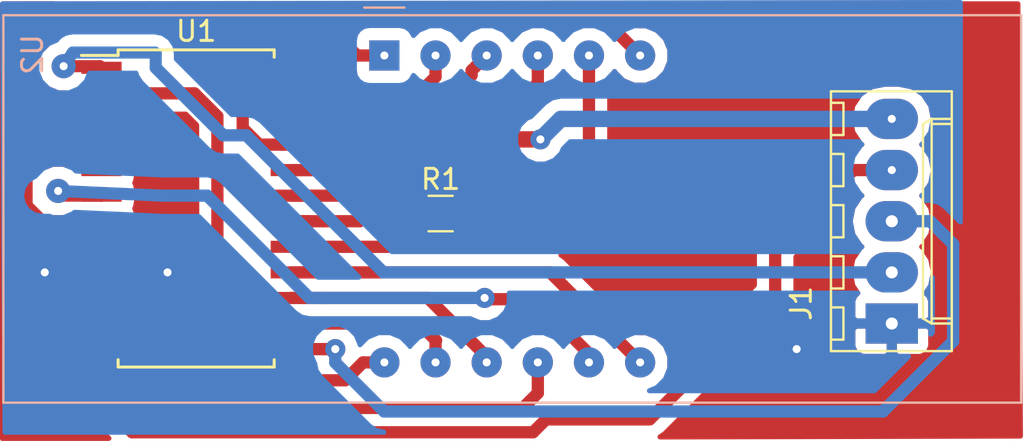
<source format=kicad_pcb>
(kicad_pcb (version 4) (host pcbnew 4.0.7-e2-6376~58~ubuntu16.04.1)

  (general
    (links 63)
    (no_connects 25)
    (area 26.146599 33.688399 78.196601 137.940912)
    (thickness 1.6)
    (drawings 0)
    (tracks 133)
    (zones 0)
    (modules 4)
    (nets 24)
  )

  (page A4)
  (layers
    (0 F.Cu signal)
    (31 B.Cu signal)
    (32 B.Adhes user)
    (33 F.Adhes user)
    (34 B.Paste user)
    (35 F.Paste user)
    (36 B.SilkS user)
    (37 F.SilkS user)
    (38 B.Mask user)
    (39 F.Mask user)
    (40 Dwgs.User user)
    (41 Cmts.User user)
    (42 Eco1.User user)
    (43 Eco2.User user)
    (44 Edge.Cuts user)
    (45 Margin user)
    (46 B.CrtYd user)
    (47 F.CrtYd user)
    (48 B.Fab user)
    (49 F.Fab user)
  )

  (setup
    (last_trace_width 0.6)
    (user_trace_width 0.1524)
    (user_trace_width 0.3048)
    (user_trace_width 0.6096)
    (user_trace_width 0.8128)
    (user_trace_width 1.6256)
    (trace_clearance 0.6)
    (zone_clearance 0.508)
    (zone_45_only no)
    (trace_min 0.1524)
    (segment_width 0.2)
    (edge_width 0.15)
    (via_size 0.6)
    (via_drill 0.4)
    (via_min_size 0.1524)
    (via_min_drill 0.1524)
    (user_via 0.6 0.4)
    (user_via 0.8 0.4)
    (user_via 1 0.4)
    (user_via 1.2 0.4)
    (uvia_size 0.3)
    (uvia_drill 0.1)
    (uvias_allowed no)
    (uvia_min_size 0)
    (uvia_min_drill 0)
    (pcb_text_width 0.3)
    (pcb_text_size 1.5 1.5)
    (mod_edge_width 0.15)
    (mod_text_size 1 1)
    (mod_text_width 0.15)
    (pad_size 2 2.6)
    (pad_drill 0.6)
    (pad_to_mask_clearance 0.2)
    (aux_axis_origin 0 0)
    (visible_elements FFFFEF7F)
    (pcbplotparams
      (layerselection 0x00000_00000001)
      (usegerberextensions false)
      (excludeedgelayer false)
      (linewidth 0.100000)
      (plotframeref false)
      (viasonmask false)
      (mode 1)
      (useauxorigin false)
      (hpglpennumber 1)
      (hpglpenspeed 20)
      (hpglpendiameter 15)
      (hpglpenoverlay 2)
      (psnegative false)
      (psa4output false)
      (plotreference false)
      (plotvalue false)
      (plotinvisibletext false)
      (padsonsilk true)
      (subtractmaskfromsilk false)
      (outputformat 4)
      (mirror true)
      (drillshape 2)
      (scaleselection 1)
      (outputdirectory gerber/))
  )

  (net 0 "")
  (net 1 seg_e)
  (net 2 seg_d)
  (net 3 seg_dp)
  (net 4 seg_c)
  (net 5 seg_g)
  (net 6 seg_b)
  (net 7 seg_f)
  (net 8 seg_a)
  (net 9 "Net-(U1-Pad8)")
  (net 10 "Net-(U1-Pad10)")
  (net 11 "Net-(U1-Pad24)")
  (net 12 "Net-(J1-Pad2)")
  (net 13 "Net-(J1-Pad3)")
  (net 14 "Net-(J1-Pad4)")
  (net 15 dig_0)
  (net 16 dig_1)
  (net 17 dig_2)
  (net 18 dig_3)
  (net 19 "Net-(R1-Pad1)")
  (net 20 GND)
  (net 21 VCC)
  (net 22 "Net-(U1-Pad3)")
  (net 23 "Net-(U1-Pad5)")

  (net_class Default "This is the default net class."
    (clearance 0.6)
    (trace_width 0.6)
    (via_dia 0.6)
    (via_drill 0.4)
    (uvia_dia 0.3)
    (uvia_drill 0.1)
    (add_net GND)
    (add_net "Net-(J1-Pad2)")
    (add_net "Net-(J1-Pad3)")
    (add_net "Net-(J1-Pad4)")
    (add_net "Net-(R1-Pad1)")
    (add_net "Net-(U1-Pad10)")
    (add_net "Net-(U1-Pad24)")
    (add_net "Net-(U1-Pad3)")
    (add_net "Net-(U1-Pad5)")
    (add_net "Net-(U1-Pad8)")
    (add_net VCC)
    (add_net dig_0)
    (add_net dig_1)
    (add_net dig_2)
    (add_net dig_3)
    (add_net seg_a)
    (add_net seg_b)
    (add_net seg_c)
    (add_net seg_d)
    (add_net seg_dp)
    (add_net seg_e)
    (add_net seg_f)
    (add_net seg_g)
  )

  (net_class data ""
    (clearance 0.6)
    (trace_width 0.6)
    (via_dia 0.6)
    (via_drill 0.4)
    (uvia_dia 0.3)
    (uvia_drill 0.1)
  )

  (module Displays_7-Segment:CA56-12EWA (layer B.Cu) (tedit 5A88715B) (tstamp 5A8842DC)
    (at 45.8216 36.7284 270)
    (descr "4 digit 7 segment green LED, http://www.kingbrightusa.com/images/catalog/SPEC/CA56-12EWA.pdf")
    (tags "4 digit 7 segment green LED")
    (path /5A8516ED)
    (fp_text reference U2 (at -0.0508 17.4752 270) (layer B.SilkS)
      (effects (font (size 1 1) (thickness 0.15)) (justify mirror))
    )
    (fp_text value CA56-12EWA (at 3.8608 -15.9512 270) (layer B.Fab)
      (effects (font (size 1 1) (thickness 0.15)) (justify mirror))
    )
    (fp_line (start -2 18.92) (end 17.24 18.92) (layer B.SilkS) (width 0.12))
    (fp_line (start -2 18.92) (end -2 -31.62) (layer B.SilkS) (width 0.12))
    (fp_line (start -2 -31.62) (end 17.24 -31.62) (layer B.SilkS) (width 0.12))
    (fp_line (start 17.24 -31.62) (end 17.24 18.92) (layer B.SilkS) (width 0.12))
    (fp_line (start -1.88 -1) (end -0.88 0) (layer B.Fab) (width 0.1))
    (fp_line (start -0.88 0) (end -1.88 1) (layer B.Fab) (width 0.1))
    (fp_line (start -1.88 1) (end -1.88 18.8) (layer B.Fab) (width 0.1))
    (fp_line (start -2.13 19.05) (end 17.37 19.05) (layer B.CrtYd) (width 0.05))
    (fp_line (start 17.37 19.05) (end 17.37 -31.75) (layer B.CrtYd) (width 0.05))
    (fp_line (start 17.37 -31.75) (end -2.13 -31.75) (layer B.CrtYd) (width 0.05))
    (fp_line (start -2.13 -31.75) (end -2.13 19.05) (layer B.CrtYd) (width 0.05))
    (fp_line (start -2.38 1) (end -2.38 -1) (layer B.SilkS) (width 0.12))
    (fp_line (start -1.88 18.8) (end 17.12 18.8) (layer B.Fab) (width 0.1))
    (fp_line (start 17.12 18.8) (end 17.12 -31.5) (layer B.Fab) (width 0.1))
    (fp_line (start -1.88 -31.5) (end 17.12 -31.5) (layer B.Fab) (width 0.1))
    (fp_line (start -1.88 -1) (end -1.88 -31.5) (layer B.Fab) (width 0.1))
    (fp_text user %R (at 8.128 -6.604 270) (layer B.Fab)
      (effects (font (size 1 1) (thickness 0.15)) (justify mirror))
    )
    (pad 1 thru_hole rect (at 0 0 270) (size 1.5 1.5) (drill 0.4) (layers *.Cu *.Mask)
      (net 1 seg_e))
    (pad 2 thru_hole circle (at 0 -2.54 270) (size 1.5 1.5) (drill 0.4) (layers *.Cu *.Mask)
      (net 2 seg_d))
    (pad 3 thru_hole circle (at 0 -5.08 270) (size 1.5 1.5) (drill 0.4) (layers *.Cu *.Mask)
      (net 3 seg_dp))
    (pad 4 thru_hole circle (at 0 -7.62 270) (size 1.5 1.5) (drill 0.4) (layers *.Cu *.Mask)
      (net 4 seg_c))
    (pad 5 thru_hole circle (at 0 -10.16 270) (size 1.5 1.5) (drill 0.4) (layers *.Cu *.Mask)
      (net 5 seg_g))
    (pad 6 thru_hole circle (at 0 -12.7 270) (size 1.5 1.5) (drill 0.4) (layers *.Cu *.Mask)
      (net 18 dig_3))
    (pad 7 thru_hole circle (at 15.24 -12.7 270) (size 1.5 1.5) (drill 0.4) (layers *.Cu *.Mask)
      (net 6 seg_b))
    (pad 8 thru_hole circle (at 15.24 -10.16 270) (size 1.5 1.5) (drill 0.4) (layers *.Cu *.Mask)
      (net 17 dig_2))
    (pad 9 thru_hole circle (at 15.24 -7.62 270) (size 1.5 1.5) (drill 0.4) (layers *.Cu *.Mask)
      (net 16 dig_1))
    (pad 10 thru_hole circle (at 15.24 -5.08 270) (size 1.5 1.5) (drill 0.4) (layers *.Cu *.Mask)
      (net 7 seg_f))
    (pad 11 thru_hole circle (at 15.24 -2.54 270) (size 1.5 1.5) (drill 0.4) (layers *.Cu *.Mask)
      (net 8 seg_a))
    (pad 12 thru_hole circle (at 15.24 0 270) (size 1.5 1.5) (drill 0.4) (layers *.Cu *.Mask)
      (net 15 dig_0))
    (model ${KISYS3DMOD}/Displays_7-Segment.3dshapes/CA56-12EWA.wrl
      (at (xyz 0 0 0))
      (scale (xyz 1 1 1))
      (rotate (xyz 0 0 0))
    )
  )

  (module Housings_SOIC:SOIC-24W_7.5x15.4mm_Pitch1.27mm (layer F.Cu) (tedit 58CC8F64) (tstamp 5A8842B0)
    (at 36.4744 44.324)
    (descr "24-Lead Plastic Small Outline (SO) - Wide, 7.50 mm Body [SOIC] (see Microchip Packaging Specification 00000049BS.pdf)")
    (tags "SOIC 1.27")
    (path /5A851F96)
    (attr smd)
    (fp_text reference U1 (at 0 -8.8) (layer F.SilkS)
      (effects (font (size 1 1) (thickness 0.15)))
    )
    (fp_text value MAX7221CWG+ (at 0 8.8) (layer F.Fab)
      (effects (font (size 1 1) (thickness 0.15)))
    )
    (fp_text user %R (at 0 1.397) (layer F.Fab)
      (effects (font (size 1 1) (thickness 0.15)))
    )
    (fp_line (start -2.75 -7.7) (end 3.75 -7.7) (layer F.Fab) (width 0.15))
    (fp_line (start 3.75 -7.7) (end 3.75 7.7) (layer F.Fab) (width 0.15))
    (fp_line (start 3.75 7.7) (end -3.75 7.7) (layer F.Fab) (width 0.15))
    (fp_line (start -3.75 7.7) (end -3.75 -6.7) (layer F.Fab) (width 0.15))
    (fp_line (start -3.75 -6.7) (end -2.75 -7.7) (layer F.Fab) (width 0.15))
    (fp_line (start -5.95 -8.05) (end -5.95 8.05) (layer F.CrtYd) (width 0.05))
    (fp_line (start 5.95 -8.05) (end 5.95 8.05) (layer F.CrtYd) (width 0.05))
    (fp_line (start -5.95 -8.05) (end 5.95 -8.05) (layer F.CrtYd) (width 0.05))
    (fp_line (start -5.95 8.05) (end 5.95 8.05) (layer F.CrtYd) (width 0.05))
    (fp_line (start -3.875 -7.875) (end -3.875 -7.6) (layer F.SilkS) (width 0.15))
    (fp_line (start 3.875 -7.875) (end 3.875 -7.51) (layer F.SilkS) (width 0.15))
    (fp_line (start 3.875 7.875) (end 3.875 7.51) (layer F.SilkS) (width 0.15))
    (fp_line (start -3.875 7.875) (end -3.875 7.51) (layer F.SilkS) (width 0.15))
    (fp_line (start -3.875 -7.875) (end 3.875 -7.875) (layer F.SilkS) (width 0.15))
    (fp_line (start -3.875 7.875) (end 3.875 7.875) (layer F.SilkS) (width 0.15))
    (fp_line (start -3.875 -7.6) (end -5.7 -7.6) (layer F.SilkS) (width 0.15))
    (pad 1 smd rect (at -4.7 -6.985) (size 2 0.6) (layers F.Cu F.Paste F.Mask)
      (net 12 "Net-(J1-Pad2)"))
    (pad 2 smd rect (at -4.7 -5.715) (size 2 0.6) (layers F.Cu F.Paste F.Mask)
      (net 15 dig_0))
    (pad 3 smd rect (at -4.7 -4.445) (size 2 0.6) (layers F.Cu F.Paste F.Mask)
      (net 22 "Net-(U1-Pad3)"))
    (pad 4 smd rect (at -4.7 -3.175) (size 2 0.6) (layers F.Cu F.Paste F.Mask)
      (net 20 GND))
    (pad 5 smd rect (at -4.7 -1.905) (size 2 0.6) (layers F.Cu F.Paste F.Mask)
      (net 23 "Net-(U1-Pad5)"))
    (pad 6 smd rect (at -4.7 -0.635) (size 2 0.6) (layers F.Cu F.Paste F.Mask)
      (net 17 dig_2))
    (pad 7 smd rect (at -4.7 0.635) (size 2 0.6) (layers F.Cu F.Paste F.Mask)
      (net 18 dig_3))
    (pad 8 smd rect (at -4.7 1.905) (size 2 0.6) (layers F.Cu F.Paste F.Mask)
      (net 9 "Net-(U1-Pad8)"))
    (pad 9 smd rect (at -4.7 3.175) (size 2 0.6) (layers F.Cu F.Paste F.Mask)
      (net 20 GND))
    (pad 10 smd rect (at -4.7 4.445) (size 2 0.6) (layers F.Cu F.Paste F.Mask)
      (net 10 "Net-(U1-Pad10)"))
    (pad 11 smd rect (at -4.7 5.715) (size 2 0.6) (layers F.Cu F.Paste F.Mask)
      (net 16 dig_1))
    (pad 12 smd rect (at -4.7 6.985) (size 2 0.6) (layers F.Cu F.Paste F.Mask)
      (net 14 "Net-(J1-Pad4)"))
    (pad 13 smd rect (at 4.7 6.985) (size 2 0.6) (layers F.Cu F.Paste F.Mask)
      (net 13 "Net-(J1-Pad3)"))
    (pad 14 smd rect (at 4.7 5.715) (size 2 0.6) (layers F.Cu F.Paste F.Mask)
      (net 8 seg_a))
    (pad 15 smd rect (at 4.7 4.445) (size 2 0.6) (layers F.Cu F.Paste F.Mask)
      (net 7 seg_f))
    (pad 16 smd rect (at 4.7 3.175) (size 2 0.6) (layers F.Cu F.Paste F.Mask)
      (net 6 seg_b))
    (pad 17 smd rect (at 4.7 1.905) (size 2 0.6) (layers F.Cu F.Paste F.Mask)
      (net 5 seg_g))
    (pad 18 smd rect (at 4.7 0.635) (size 2 0.6) (layers F.Cu F.Paste F.Mask)
      (net 19 "Net-(R1-Pad1)"))
    (pad 19 smd rect (at 4.7 -0.635) (size 2 0.6) (layers F.Cu F.Paste F.Mask)
      (net 21 VCC))
    (pad 20 smd rect (at 4.7 -1.905) (size 2 0.6) (layers F.Cu F.Paste F.Mask)
      (net 4 seg_c))
    (pad 21 smd rect (at 4.7 -3.175) (size 2 0.6) (layers F.Cu F.Paste F.Mask)
      (net 1 seg_e))
    (pad 22 smd rect (at 4.7 -4.445) (size 2 0.6) (layers F.Cu F.Paste F.Mask)
      (net 3 seg_dp))
    (pad 23 smd rect (at 4.7 -5.715) (size 2 0.6) (layers F.Cu F.Paste F.Mask)
      (net 2 seg_d))
    (pad 24 smd rect (at 4.7 -6.985) (size 2 0.6) (layers F.Cu F.Paste F.Mask)
      (net 11 "Net-(U1-Pad24)"))
    (model ${KISYS3DMOD}/Housings_SOIC.3dshapes/SOIC-24W_7.5x15.4mm_Pitch1.27mm.wrl
      (at (xyz 0 0 0))
      (scale (xyz 1 1 1))
      (rotate (xyz 0 0 0))
    )
  )

  (module Resistors_SMD:R_0805_HandSoldering (layer F.Cu) (tedit 58E0A804) (tstamp 5A8842A0)
    (at 48.6156 44.577)
    (descr "Resistor SMD 0805, hand soldering")
    (tags "resistor 0805")
    (path /5A852B49)
    (attr smd)
    (fp_text reference R1 (at 0 -1.7) (layer F.SilkS)
      (effects (font (size 1 1) (thickness 0.15)))
    )
    (fp_text value 22k (at 0 1.75) (layer F.Fab)
      (effects (font (size 1 1) (thickness 0.15)))
    )
    (fp_text user %R (at 0.0635 0.211999) (layer F.Fab)
      (effects (font (size 0.5 0.5) (thickness 0.075)))
    )
    (fp_line (start -1 0.62) (end -1 -0.62) (layer F.Fab) (width 0.1))
    (fp_line (start 1 0.62) (end -1 0.62) (layer F.Fab) (width 0.1))
    (fp_line (start 1 -0.62) (end 1 0.62) (layer F.Fab) (width 0.1))
    (fp_line (start -1 -0.62) (end 1 -0.62) (layer F.Fab) (width 0.1))
    (fp_line (start 0.6 0.88) (end -0.6 0.88) (layer F.SilkS) (width 0.12))
    (fp_line (start -0.6 -0.88) (end 0.6 -0.88) (layer F.SilkS) (width 0.12))
    (fp_line (start -2.35 -0.9) (end 2.35 -0.9) (layer F.CrtYd) (width 0.05))
    (fp_line (start -2.35 -0.9) (end -2.35 0.9) (layer F.CrtYd) (width 0.05))
    (fp_line (start 2.35 0.9) (end 2.35 -0.9) (layer F.CrtYd) (width 0.05))
    (fp_line (start 2.35 0.9) (end -2.35 0.9) (layer F.CrtYd) (width 0.05))
    (pad 1 smd rect (at -1.35 0) (size 1.5 1.3) (layers F.Cu F.Paste F.Mask)
      (net 19 "Net-(R1-Pad1)"))
    (pad 2 smd rect (at 1.35 0) (size 1.5 1.3) (layers F.Cu F.Paste F.Mask)
      (net 21 VCC))
    (model ${KISYS3DMOD}/Resistors_SMD.3dshapes/R_0805.wrl
      (at (xyz 0 0 0))
      (scale (xyz 1 1 1))
      (rotate (xyz 0 0 0))
    )
  )

  (module Connectors_Molex:Molex_KK-6410-05_05x2.54mm_Straight (layer F.Cu) (tedit 5A887297) (tstamp 5A884238)
    (at 71.0184 50.038 90)
    (descr "Connector Headers with Friction Lock, 22-27-2051, http://www.molex.com/pdm_docs/sd/022272021_sd.pdf")
    (tags "connector molex kk_6410 22-27-2051")
    (path /5A85281B)
    (fp_text reference J1 (at 1 -4.5 90) (layer F.SilkS)
      (effects (font (size 1 1) (thickness 0.15)))
    )
    (fp_text value Conn_01x05 (at 5.08 4.5 90) (layer F.Fab)
      (effects (font (size 1 1) (thickness 0.15)))
    )
    (fp_line (start -1.47 -3.12) (end -1.47 3.08) (layer F.Fab) (width 0.12))
    (fp_line (start -1.47 3.08) (end 11.63 3.08) (layer F.Fab) (width 0.12))
    (fp_line (start 11.63 3.08) (end 11.63 -3.12) (layer F.Fab) (width 0.12))
    (fp_line (start 11.63 -3.12) (end -1.47 -3.12) (layer F.Fab) (width 0.12))
    (fp_line (start -1.37 -3.02) (end -1.37 2.98) (layer F.SilkS) (width 0.12))
    (fp_line (start -1.37 2.98) (end 11.53 2.98) (layer F.SilkS) (width 0.12))
    (fp_line (start 11.53 2.98) (end 11.53 -3.02) (layer F.SilkS) (width 0.12))
    (fp_line (start 11.53 -3.02) (end -1.37 -3.02) (layer F.SilkS) (width 0.12))
    (fp_line (start 0 2.98) (end 0 1.98) (layer F.SilkS) (width 0.12))
    (fp_line (start 0 1.98) (end 10.16 1.98) (layer F.SilkS) (width 0.12))
    (fp_line (start 10.16 1.98) (end 10.16 2.98) (layer F.SilkS) (width 0.12))
    (fp_line (start 0 1.98) (end 0.25 1.55) (layer F.SilkS) (width 0.12))
    (fp_line (start 0.25 1.55) (end 9.91 1.55) (layer F.SilkS) (width 0.12))
    (fp_line (start 9.91 1.55) (end 10.16 1.98) (layer F.SilkS) (width 0.12))
    (fp_line (start 0.25 2.98) (end 0.25 1.98) (layer F.SilkS) (width 0.12))
    (fp_line (start 9.91 2.98) (end 9.91 1.98) (layer F.SilkS) (width 0.12))
    (fp_line (start -0.8 -3.02) (end -0.8 -2.4) (layer F.SilkS) (width 0.12))
    (fp_line (start -0.8 -2.4) (end 0.8 -2.4) (layer F.SilkS) (width 0.12))
    (fp_line (start 0.8 -2.4) (end 0.8 -3.02) (layer F.SilkS) (width 0.12))
    (fp_line (start 1.74 -3.02) (end 1.74 -2.4) (layer F.SilkS) (width 0.12))
    (fp_line (start 1.74 -2.4) (end 3.34 -2.4) (layer F.SilkS) (width 0.12))
    (fp_line (start 3.34 -2.4) (end 3.34 -3.02) (layer F.SilkS) (width 0.12))
    (fp_line (start 4.28 -3.02) (end 4.28 -2.4) (layer F.SilkS) (width 0.12))
    (fp_line (start 4.28 -2.4) (end 5.88 -2.4) (layer F.SilkS) (width 0.12))
    (fp_line (start 5.88 -2.4) (end 5.88 -3.02) (layer F.SilkS) (width 0.12))
    (fp_line (start 6.82 -3.02) (end 6.82 -2.4) (layer F.SilkS) (width 0.12))
    (fp_line (start 6.82 -2.4) (end 8.42 -2.4) (layer F.SilkS) (width 0.12))
    (fp_line (start 8.42 -2.4) (end 8.42 -3.02) (layer F.SilkS) (width 0.12))
    (fp_line (start 9.36 -3.02) (end 9.36 -2.4) (layer F.SilkS) (width 0.12))
    (fp_line (start 9.36 -2.4) (end 10.96 -2.4) (layer F.SilkS) (width 0.12))
    (fp_line (start 10.96 -2.4) (end 10.96 -3.02) (layer F.SilkS) (width 0.12))
    (fp_line (start -1.9 3.5) (end -1.9 -3.55) (layer F.CrtYd) (width 0.05))
    (fp_line (start -1.9 -3.55) (end 12.05 -3.55) (layer F.CrtYd) (width 0.05))
    (fp_line (start 12.05 -3.55) (end 12.05 3.5) (layer F.CrtYd) (width 0.05))
    (fp_line (start 12.05 3.5) (end -1.9 3.5) (layer F.CrtYd) (width 0.05))
    (fp_text user %R (at 5.08 0 90) (layer F.Fab)
      (effects (font (size 1 1) (thickness 0.15)))
    )
    (pad 1 thru_hole rect (at 0 0 90) (size 2 2.6) (drill 0.6) (layers *.Cu *.Mask)
      (net 20 GND))
    (pad 2 thru_hole oval (at 2.54 0 90) (size 2 2.6) (drill 0.6) (layers *.Cu *.Mask)
      (net 12 "Net-(J1-Pad2)"))
    (pad 3 thru_hole oval (at 5.08 0 90) (size 2 2.6) (drill 0.6) (layers *.Cu *.Mask)
      (net 13 "Net-(J1-Pad3)"))
    (pad 4 thru_hole oval (at 7.62 0 90) (size 2 2.6) (drill 0.4) (layers *.Cu *.Mask)
      (net 14 "Net-(J1-Pad4)"))
    (pad 5 thru_hole oval (at 10.16 0 90) (size 2 2.6) (drill 0.4) (layers *.Cu *.Mask)
      (net 21 VCC))
    (model ${KISYS3DMOD}/Connectors_Molex.3dshapes/Molex_KK-6410-05_05x2.54mm_Straight.wrl
      (at (xyz 0 0 0))
      (scale (xyz 1 1 1))
      (rotate (xyz 0 0 0))
    )
  )

  (segment (start 66.04 51.054) (end 66.294 51.308) (width 0.6) (layer F.Cu) (net 0))
  (via (at 66.294 51.308) (size 0.6) (drill 0.4) (layers F.Cu B.Cu) (net 0))
  (segment (start 40.738561 41.153807) (end 41.1744 41.153807) (width 0.6096) (layer F.Cu) (net 1) (tstamp 5A884203))
  (segment (start 38.7858 40.3352) (end 39.604407 41.153807) (width 0.6096) (layer F.Cu) (net 1) (tstamp 5A884202))
  (segment (start 43.7254 35.9918) (end 39.4208 35.9918) (width 0.6096) (layer F.Cu) (net 1) (tstamp 5A884201))
  (segment (start 39.604407 41.153807) (end 40.738561 41.153807) (width 0.6096) (layer F.Cu) (net 1) (tstamp 5A884200))
  (segment (start 38.7858 36.6268) (end 38.7858 40.3352) (width 0.6096) (layer F.Cu) (net 1) (tstamp 5A8841FF))
  (segment (start 39.4208 35.9918) (end 38.7858 36.6268) (width 0.6096) (layer F.Cu) (net 1) (tstamp 5A8841FD))
  (segment (start 45.8216 36.7284) (end 44.462 36.7284) (width 0.6096) (layer F.Cu) (net 1) (tstamp 5A88415B))
  (segment (start 44.462 36.7284) (end 43.7254 35.9918) (width 0.6096) (layer F.Cu) (net 1) (tstamp 5A884158))
  (segment (start 42.784 38.609) (end 41.1744 38.609) (width 0.6096) (layer F.Cu) (net 2) (tstamp 5A8841FE))
  (segment (start 48.3616 37.78906) (end 47.54166 38.609) (width 0.6096) (layer F.Cu) (net 2) (tstamp 5A88416B))
  (segment (start 48.3616 36.7284) (end 48.3616 37.78906) (width 0.6096) (layer F.Cu) (net 2) (tstamp 5A88416A))
  (segment (start 47.54166 38.609) (end 42.784 38.609) (width 0.6096) (layer F.Cu) (net 2) (tstamp 5A88415A))
  (segment (start 41.239599 39.944199) (end 41.1744 39.879) (width 0.6096) (layer F.Cu) (net 3) (tstamp 5A8841FC))
  (segment (start 50.151601 37.709705) (end 47.917107 39.944199) (width 0.6096) (layer F.Cu) (net 3) (tstamp 5A884169))
  (segment (start 50.151601 37.478399) (end 50.151601 37.709705) (width 0.6096) (layer F.Cu) (net 3) (tstamp 5A884168))
  (segment (start 50.9016 36.7284) (end 50.151601 37.478399) (width 0.6096) (layer F.Cu) (net 3) (tstamp 5A884167))
  (segment (start 47.917107 39.944199) (end 41.239599 39.944199) (width 0.6096) (layer F.Cu) (net 3) (tstamp 5A884159))
  (segment (start 44.9072 41.2242) (end 48.9458 41.2242) (width 0.6096) (layer F.Cu) (net 4) (tstamp 5A884165))
  (segment (start 53.4416 38.1) (end 53.4416 36.7284) (width 0.6096) (layer F.Cu) (net 4) (tstamp 5A884161))
  (segment (start 48.9458 41.2242) (end 51.435 38.735) (width 0.6096) (layer F.Cu) (net 4) (tstamp 5A88415F))
  (segment (start 52.8066 38.735) (end 53.4416 38.1) (width 0.6096) (layer F.Cu) (net 4) (tstamp 5A88415E))
  (segment (start 51.435 38.735) (end 52.8066 38.735) (width 0.6096) (layer F.Cu) (net 4) (tstamp 5A88415D))
  (segment (start 41.1744 42.419) (end 43.7124 42.419) (width 0.6096) (layer F.Cu) (net 4) (tstamp 5A884147))
  (segment (start 43.7124 42.419) (end 44.9072 41.2242) (width 0.6096) (layer F.Cu) (net 4) (tstamp 5A884142))
  (segment (start 55.9816 36.7284) (end 55.9816 43.7896) (width 0.6096) (layer F.Cu) (net 5) (tstamp 5A884160))
  (segment (start 55.9816 43.7896) (end 53.5422 46.229) (width 0.6096) (layer F.Cu) (net 5) (tstamp 5A884156))
  (segment (start 53.5422 46.229) (end 41.1744 46.229) (width 0.6096) (layer F.Cu) (net 5) (tstamp 5A88414D))
  (segment (start 58.5216 51.9684) (end 54.0522 47.499) (width 0.6096) (layer F.Cu) (net 6) (tstamp 5A884155))
  (segment (start 54.0522 47.499) (end 41.1744 47.499) (width 0.6096) (layer F.Cu) (net 6) (tstamp 5A88414C))
  (segment (start 42.784 48.769) (end 41.1744 48.769) (width 0.6096) (layer F.Cu) (net 7) (tstamp 5A8841F5))
  (segment (start 50.9016 51.9684) (end 50.9016 51.686294) (width 0.6096) (layer F.Cu) (net 7) (tstamp 5A884150))
  (segment (start 50.9016 51.686294) (end 47.984306 48.769) (width 0.6096) (layer F.Cu) (net 7) (tstamp 5A88414F))
  (segment (start 47.984306 48.769) (end 42.784 48.769) (width 0.6096) (layer F.Cu) (net 7) (tstamp 5A88414B))
  (segment (start 48.3616 50.90774) (end 48.387 50.88234) (width 0.6096) (layer F.Cu) (net 8) (tstamp 5A884178))
  (segment (start 48.3616 51.9684) (end 48.3616 50.90774) (width 0.6096) (layer F.Cu) (net 8) (tstamp 5A884177))
  (segment (start 47.54366 50.039) (end 41.1744 50.039) (width 0.6096) (layer F.Cu) (net 8) (tstamp 5A884176))
  (segment (start 48.387 50.88234) (end 47.54366 50.039) (width 0.6096) (layer F.Cu) (net 8) (tstamp 5A884175))
  (segment (start 29.893061 37.259061) (end 31.694461 37.259061) (width 0.6) (layer F.Cu) (net 12))
  (segment (start 31.694461 37.259061) (end 31.7744 37.339) (width 0.6) (layer F.Cu) (net 12))
  (segment (start 30.346906 36.582094) (end 29.893061 37.259061) (width 0.6) (layer B.Cu) (net 12))
  (segment (start 29.7815 37.1475) (end 29.893061 37.259061) (width 0.6) (layer B.Cu) (net 12))
  (via (at 29.893061 37.259061) (size 1.2) (drill 0.4) (layers F.Cu B.Cu) (net 12))
  (segment (start 34.417 36.582094) (end 30.346906 36.582094) (width 0.6) (layer B.Cu) (net 12))
  (segment (start 34.4668 37.339) (end 34.4668 36.631894) (width 0.6) (layer B.Cu) (net 12))
  (segment (start 34.4668 36.631894) (end 34.417 36.582094) (width 0.6) (layer B.Cu) (net 12))
  (segment (start 45.7708 47.498) (end 71.0184 47.498) (width 0.6096) (layer B.Cu) (net 12) (tstamp 5A884326))
  (segment (start 38.9636 40.6908) (end 45.7708 47.498) (width 0.6096) (layer B.Cu) (net 12) (tstamp 5A884323))
  (segment (start 37.8186 40.6908) (end 38.9636 40.6908) (width 0.6096) (layer B.Cu) (net 12) (tstamp 5A884321))
  (segment (start 34.4668 37.339) (end 37.8186 40.6908) (width 0.6096) (layer B.Cu) (net 12) (tstamp 5A884320))
  (segment (start 72.928 44.958) (end 71.0184 44.958) (width 0.6096) (layer B.Cu) (net 13) (tstamp 5A88432D))
  (segment (start 74.0664 50.918642) (end 74.0664 46.0964) (width 0.6096) (layer B.Cu) (net 13) (tstamp 5A88432C))
  (segment (start 74.0664 46.0964) (end 72.928 44.958) (width 0.6096) (layer B.Cu) (net 13) (tstamp 5A88432B))
  (segment (start 70.578242 54.4068) (end 74.0664 50.918642) (width 0.6096) (layer B.Cu) (net 13) (tstamp 5A88432A))
  (segment (start 43.3832 51.979106) (end 45.810894 54.4068) (width 0.6096) (layer B.Cu) (net 13) (tstamp 5A884327))
  (segment (start 45.810894 54.4068) (end 70.578242 54.4068) (width 0.6096) (layer B.Cu) (net 13) (tstamp 5A884324))
  (segment (start 43.3832 51.308) (end 43.3832 51.979106) (width 0.6096) (layer B.Cu) (net 13) (tstamp 5A884322))
  (segment (start 42.784 51.309) (end 42.785 51.308) (width 0.6096) (layer F.Cu) (net 13) (tstamp 5A8841F9))
  (segment (start 42.785 51.308) (end 43.3832 51.308) (width 0.6096) (layer F.Cu) (net 13) (tstamp 5A8841F7))
  (segment (start 41.1744 51.309) (end 42.784 51.309) (width 0.6096) (layer F.Cu) (net 13) (tstamp 5A8841F6))
  (via (at 43.3832 51.308) (size 1) (drill 0.4) (layers F.Cu B.Cu) (net 13) (tstamp 5A88413F))
  (segment (start 65.2272 48.5648) (end 58.9915 54.8005) (width 0.6096) (layer F.Cu) (net 14))
  (segment (start 30.1229 52.2605) (end 31.0744 51.309) (width 0.6096) (layer F.Cu) (net 14))
  (segment (start 58.9915 54.8005) (end 53.844146 54.8005) (width 0.6096) (layer F.Cu) (net 14))
  (segment (start 53.844146 54.8005) (end 53.206036 55.43861) (width 0.6096) (layer F.Cu) (net 14))
  (segment (start 53.206036 55.43861) (end 33.30101 55.43861) (width 0.6096) (layer F.Cu) (net 14))
  (segment (start 33.30101 55.43861) (end 30.1229 52.2605) (width 0.6096) (layer F.Cu) (net 14))
  (segment (start 71.0184 42.418) (end 69.1088 42.418) (width 0.6096) (layer F.Cu) (net 14))
  (segment (start 65.2272 46.2996) (end 65.2272 48.5648) (width 0.6096) (layer F.Cu) (net 14))
  (segment (start 69.1088 42.418) (end 65.2272 46.2996) (width 0.6096) (layer F.Cu) (net 14))
  (segment (start 31.0744 51.309) (end 31.7744 51.309) (width 0.6096) (layer F.Cu) (net 14))
  (segment (start 37.5285 39.751) (end 36.3865 38.609) (width 0.6096) (layer F.Cu) (net 15))
  (segment (start 36.3865 38.609) (end 31.7744 38.609) (width 0.6096) (layer F.Cu) (net 15))
  (segment (start 37.5285 50.591742) (end 37.5285 39.751) (width 0.6096) (layer F.Cu) (net 15))
  (segment (start 43.87194 52.8574) (end 39.794158 52.8574) (width 0.6096) (layer F.Cu) (net 15))
  (segment (start 39.794158 52.8574) (end 37.5285 50.591742) (width 0.6096) (layer F.Cu) (net 15))
  (segment (start 44.76094 51.9684) (end 43.87194 52.8574) (width 0.6096) (layer F.Cu) (net 15) (tstamp 5A88414A))
  (segment (start 45.8216 51.9684) (end 44.76094 51.9684) (width 0.6096) (layer F.Cu) (net 15) (tstamp 5A884149))
  (segment (start 38.7985 54.229) (end 34.6085 50.039) (width 0.6096) (layer F.Cu) (net 16))
  (segment (start 34.6085 50.039) (end 31.7744 50.039) (width 0.6096) (layer F.Cu) (net 16))
  (segment (start 53.4416 53.4924) (end 52.705 54.229) (width 0.6096) (layer F.Cu) (net 16))
  (segment (start 52.705 54.229) (end 38.7985 54.229) (width 0.6096) (layer F.Cu) (net 16))
  (segment (start 53.4416 53.4924) (end 53.4416 51.9684) (width 0.6096) (layer F.Cu) (net 16))
  (segment (start 29.621061 43.45419) (end 29.855871 43.689) (width 0.6) (layer F.Cu) (net 17))
  (segment (start 29.855871 43.689) (end 31.7744 43.689) (width 0.6) (layer F.Cu) (net 17))
  (segment (start 34.798 43.688) (end 29.621061 43.45419) (width 0.6) (layer B.Cu) (net 17))
  (via (at 29.621061 43.45419) (size 1.2) (drill 0.4) (layers F.Cu B.Cu) (net 17))
  (segment (start 31.7754 43.688) (end 31.7744 43.689) (width 0.6096) (layer F.Cu) (net 17))
  (segment (start 37.0205 43.688) (end 34.798 43.688) (width 0.6096) (layer B.Cu) (net 17))
  (segment (start 42.1005 48.768) (end 37.0205 43.688) (width 0.6096) (layer B.Cu) (net 17))
  (segment (start 50.8 48.768) (end 42.1005 48.768) (width 0.6096) (layer B.Cu) (net 17))
  (segment (start 53.2765 48.8315) (end 50.8635 48.8315) (width 0.6096) (layer F.Cu) (net 17))
  (segment (start 50.8635 48.8315) (end 50.8 48.768) (width 0.6096) (layer F.Cu) (net 17))
  (via (at 50.8 48.768) (size 1) (drill 0.4) (layers F.Cu B.Cu) (net 17))
  (segment (start 55.6895 51.2445) (end 53.2765 48.8315) (width 0.6096) (layer F.Cu) (net 17))
  (segment (start 55.9816 51.5366) (end 55.6895 51.2445) (width 0.6096) (layer F.Cu) (net 17))
  (segment (start 55.9816 51.9684) (end 55.9816 51.5366) (width 0.6096) (layer F.Cu) (net 17))
  (segment (start 58.5216 36.7284) (end 56.57539 34.78219) (width 0.6096) (layer F.Cu) (net 18))
  (segment (start 56.57539 34.78219) (end 30.24181 34.78219) (width 0.6096) (layer F.Cu) (net 18))
  (segment (start 30.24181 34.78219) (end 28.05019 36.97381) (width 0.6096) (layer F.Cu) (net 18))
  (segment (start 28.05019 36.97381) (end 28.05019 44.17919) (width 0.6096) (layer F.Cu) (net 18))
  (segment (start 28.05019 44.17919) (end 28.83 44.959) (width 0.6096) (layer F.Cu) (net 18))
  (segment (start 31.241 44.959) (end 31.7744 44.959) (width 0.6096) (layer F.Cu) (net 18))
  (segment (start 28.83 44.959) (end 31.241 44.959) (width 0.6096) (layer F.Cu) (net 18))
  (segment (start 47.2656 44.577) (end 44.975692 44.577) (width 0.6096) (layer F.Cu) (net 19) (tstamp 5A884166))
  (segment (start 44.975692 44.577) (end 44.593692 44.959) (width 0.6096) (layer F.Cu) (net 19) (tstamp 5A884145))
  (segment (start 42.784 44.959) (end 41.1744 44.959) (width 0.6096) (layer F.Cu) (net 19) (tstamp 5A884144))
  (segment (start 44.593692 44.959) (end 42.784 44.959) (width 0.6096) (layer F.Cu) (net 19) (tstamp 5A884143))
  (segment (start 36.31889 47.498) (end 35.052 47.498) (width 0.6096) (layer F.Cu) (net 20))
  (segment (start 31.7744 47.499) (end 35.051 47.499) (width 0.6) (layer F.Cu) (net 20))
  (segment (start 35.051 47.499) (end 35.052 47.498) (width 0.6) (layer F.Cu) (net 20))
  (via (at 35.052 47.498) (size 0.6) (drill 0.4) (layers F.Cu B.Cu) (net 20))
  (segment (start 30.48 47.499) (end 28.957 47.499) (width 0.6) (layer F.Cu) (net 20))
  (segment (start 31.7744 47.499) (end 30.48 47.499) (width 0.6) (layer F.Cu) (net 20))
  (via (at 28.957 47.499) (size 0.6) (drill 0.4) (layers F.Cu B.Cu) (net 20))
  (segment (start 36.31889 41.21039) (end 36.31889 47.498) (width 0.6096) (layer F.Cu) (net 20))
  (segment (start 34.287146 41.149) (end 36.2575 41.149) (width 0.6096) (layer F.Cu) (net 20))
  (segment (start 36.2575 41.149) (end 36.31889 41.21039) (width 0.6096) (layer F.Cu) (net 20))
  (segment (start 31.7744 41.149) (end 34.287146 41.149) (width 0.6096) (layer F.Cu) (net 20))
  (segment (start 34.287146 41.149) (end 34.288146 41.148) (width 0.6096) (layer F.Cu) (net 20))
  (segment (start 31.7744 41.149) (end 29.2598 41.149) (width 0.6096) (layer F.Cu) (net 20) (tstamp 5A88417B))
  (segment (start 31.7744 47.499) (end 29.211 47.499) (width 0.6096) (layer F.Cu) (net 20) (tstamp 5A88416C))
  (segment (start 71.0184 39.878) (end 54.5846 39.878) (width 0.8128) (layer B.Cu) (net 21) (tstamp 5A884329))
  (segment (start 54.5846 39.878) (end 53.5686 40.894) (width 0.8128) (layer B.Cu) (net 21) (tstamp 5A884328))
  (segment (start 53.5686 40.894) (end 52.389 40.894) (width 0.8128) (layer F.Cu) (net 21) (tstamp 5A88417F))
  (segment (start 45.297046 42.545) (end 49.1932 42.545) (width 0.6096) (layer F.Cu) (net 21) (tstamp 5A884164))
  (segment (start 49.9656 43.3174) (end 49.9656 44.577) (width 0.6096) (layer F.Cu) (net 21) (tstamp 5A884163))
  (segment (start 49.1932 42.545) (end 49.9656 43.3174) (width 0.6096) (layer F.Cu) (net 21) (tstamp 5A884162))
  (segment (start 52.389 40.894) (end 49.9656 43.3174) (width 0.8128) (layer F.Cu) (net 21) (tstamp 5A88415C))
  (segment (start 44.153046 43.689) (end 45.297046 42.545) (width 0.6096) (layer F.Cu) (net 21) (tstamp 5A884148))
  (segment (start 41.1744 43.689) (end 44.153046 43.689) (width 0.6096) (layer F.Cu) (net 21) (tstamp 5A884146))
  (via (at 53.5686 40.894) (size 1) (drill 0.4) (layers F.Cu B.Cu) (net 21) (tstamp 5A88413E))

  (zone (net 20) (net_name GND) (layer F.Cu) (tstamp 5A88417C) (hatch edge 0.508)
    (connect_pads (clearance 0.508))
    (min_thickness 0.254)
    (fill yes (arc_segments 16) (thermal_gap 0.508) (thermal_bridge_width 0.508))
    (polygon
      (pts
        (xy 77.4065 34.036) (xy 77.5335 55.753) (xy 26.7335 55.88) (xy 26.7335 34.036)
      )
    )
    (filled_polygon
      (pts
        (xy 27.320597 36.244217) (xy 27.096931 36.578957) (xy 27.01839 36.97381) (xy 27.01839 44.17919) (xy 27.096931 44.574043)
        (xy 27.320597 44.908783) (xy 28.100407 45.688593) (xy 28.435147 45.912259) (xy 28.83 45.9908) (xy 30.033158 45.9908)
        (xy 30.033158 46.529) (xy 30.083851 46.79841) (xy 30.186765 46.958342) (xy 30.1394 47.07269) (xy 30.1394 47.21325)
        (xy 30.29815 47.372) (xy 31.6474 47.372) (xy 31.6474 47.352) (xy 31.9014 47.352) (xy 31.9014 47.372)
        (xy 33.25065 47.372) (xy 33.4094 47.21325) (xy 33.4094 47.07269) (xy 33.361618 46.957335) (xy 33.457243 46.817385)
        (xy 33.515642 46.529) (xy 33.515642 45.929) (xy 33.464949 45.65959) (xy 33.424028 45.595997) (xy 33.457243 45.547385)
        (xy 33.515642 45.259) (xy 33.515642 44.659) (xy 33.464949 44.38959) (xy 33.424028 44.325997) (xy 33.457243 44.277385)
        (xy 33.515642 43.989) (xy 33.515642 43.389) (xy 33.464949 43.11959) (xy 33.424028 43.055997) (xy 33.457243 43.007385)
        (xy 33.515642 42.719) (xy 33.515642 42.119) (xy 33.464949 41.84959) (xy 33.362035 41.689658) (xy 33.4094 41.57531)
        (xy 33.4094 41.43475) (xy 33.25065 41.276) (xy 31.9014 41.276) (xy 31.9014 41.296) (xy 31.6474 41.296)
        (xy 31.6474 41.276) (xy 30.29815 41.276) (xy 30.1394 41.43475) (xy 30.1394 41.57531) (xy 30.187182 41.690665)
        (xy 30.091557 41.830615) (xy 30.033158 42.119) (xy 30.033158 42.188454) (xy 29.886176 42.127421) (xy 29.358263 42.126961)
        (xy 29.08199 42.241115) (xy 29.08199 38.324873) (xy 29.140395 38.38338) (xy 29.627946 38.58583) (xy 30.033158 38.586183)
        (xy 30.033158 38.909) (xy 30.083851 39.17841) (xy 30.124772 39.242003) (xy 30.091557 39.290615) (xy 30.033158 39.579)
        (xy 30.033158 40.179) (xy 30.083851 40.44841) (xy 30.186765 40.608342) (xy 30.1394 40.72269) (xy 30.1394 40.86325)
        (xy 30.29815 41.022) (xy 31.6474 41.022) (xy 31.6474 41.002) (xy 31.9014 41.002) (xy 31.9014 41.022)
        (xy 33.25065 41.022) (xy 33.4094 40.86325) (xy 33.4094 40.72269) (xy 33.361618 40.607335) (xy 33.457243 40.467385)
        (xy 33.515642 40.179) (xy 33.515642 39.6408) (xy 35.959114 39.6408) (xy 36.4967 40.178386) (xy 36.4967 50.468014)
        (xy 35.338093 49.309407) (xy 35.003353 49.085741) (xy 34.6085 49.0072) (xy 33.515642 49.0072) (xy 33.515642 48.469)
        (xy 33.464949 48.19959) (xy 33.362035 48.039658) (xy 33.4094 47.92531) (xy 33.4094 47.78475) (xy 33.25065 47.626)
        (xy 31.9014 47.626) (xy 31.9014 47.646) (xy 31.6474 47.646) (xy 31.6474 47.626) (xy 30.29815 47.626)
        (xy 30.1394 47.78475) (xy 30.1394 47.92531) (xy 30.187182 48.040665) (xy 30.091557 48.180615) (xy 30.033158 48.469)
        (xy 30.033158 49.069) (xy 30.083851 49.33841) (xy 30.124772 49.402003) (xy 30.091557 49.450615) (xy 30.033158 49.739)
        (xy 30.033158 50.339) (xy 30.083851 50.60841) (xy 30.124772 50.672003) (xy 30.091557 50.720615) (xy 30.063107 50.861107)
        (xy 29.393307 51.530907) (xy 29.169641 51.865647) (xy 29.0911 52.2605) (xy 29.169641 52.655353) (xy 29.393307 52.990093)
        (xy 32.142691 55.739477) (xy 26.8605 55.752682) (xy 26.8605 34.163) (xy 29.401814 34.163)
      )
    )
    (filled_polygon
      (pts
        (xy 77.405757 55.626319) (xy 59.510124 55.671058) (xy 59.721093 55.530093) (xy 64.927435 50.32375) (xy 69.0834 50.32375)
        (xy 69.0834 51.164309) (xy 69.180073 51.397698) (xy 69.358701 51.576327) (xy 69.59209 51.673) (xy 70.73265 51.673)
        (xy 70.8914 51.51425) (xy 70.8914 50.165) (xy 71.1454 50.165) (xy 71.1454 51.51425) (xy 71.30415 51.673)
        (xy 72.44471 51.673) (xy 72.678099 51.576327) (xy 72.856727 51.397698) (xy 72.9534 51.164309) (xy 72.9534 50.32375)
        (xy 72.79465 50.165) (xy 71.1454 50.165) (xy 70.8914 50.165) (xy 69.24215 50.165) (xy 69.0834 50.32375)
        (xy 64.927435 50.32375) (xy 65.95679 49.294395) (xy 65.956793 49.294393) (xy 66.180459 48.959653) (xy 66.20595 48.8315)
        (xy 66.259001 48.5648) (xy 66.259 48.564795) (xy 66.259 46.726986) (xy 69.413175 43.572811) (xy 69.457516 43.639173)
        (xy 69.530591 43.688) (xy 69.457516 43.736827) (xy 69.083149 44.297106) (xy 68.951689 44.958) (xy 69.083149 45.618894)
        (xy 69.457516 46.179173) (xy 69.530591 46.228) (xy 69.457516 46.276827) (xy 69.083149 46.837106) (xy 68.951689 47.498)
        (xy 69.083149 48.158894) (xy 69.330017 48.528357) (xy 69.180073 48.678302) (xy 69.0834 48.911691) (xy 69.0834 49.75225)
        (xy 69.24215 49.911) (xy 70.8914 49.911) (xy 70.8914 49.891) (xy 71.1454 49.891) (xy 71.1454 49.911)
        (xy 72.79465 49.911) (xy 72.9534 49.75225) (xy 72.9534 48.911691) (xy 72.856727 48.678302) (xy 72.706783 48.528357)
        (xy 72.953651 48.158894) (xy 73.085111 47.498) (xy 72.953651 46.837106) (xy 72.579284 46.276827) (xy 72.506209 46.228)
        (xy 72.579284 46.179173) (xy 72.953651 45.618894) (xy 73.085111 44.958) (xy 72.953651 44.297106) (xy 72.579284 43.736827)
        (xy 72.506209 43.688) (xy 72.579284 43.639173) (xy 72.953651 43.078894) (xy 73.085111 42.418) (xy 72.953651 41.757106)
        (xy 72.579284 41.196827) (xy 72.506209 41.148) (xy 72.579284 41.099173) (xy 72.953651 40.538894) (xy 73.085111 39.878)
        (xy 72.953651 39.217106) (xy 72.579284 38.656827) (xy 72.019005 38.28246) (xy 71.358111 38.151) (xy 70.678689 38.151)
        (xy 70.017795 38.28246) (xy 69.457516 38.656827) (xy 69.083149 39.217106) (xy 68.951689 39.878) (xy 69.083149 40.538894)
        (xy 69.457516 41.099173) (xy 69.530591 41.148) (xy 69.457516 41.196827) (xy 69.330981 41.3862) (xy 69.1088 41.3862)
        (xy 68.713947 41.464741) (xy 68.379207 41.688407) (xy 64.497607 45.570007) (xy 64.273941 45.904747) (xy 64.1954 46.2996)
        (xy 64.1954 48.137415) (xy 59.947934 52.38488) (xy 59.998343 52.263482) (xy 59.998856 51.675895) (xy 59.77447 51.13284)
        (xy 59.359346 50.716991) (xy 58.816682 50.491657) (xy 58.50377 50.491384) (xy 54.781793 46.769407) (xy 54.589479 46.640907)
        (xy 56.71119 44.519195) (xy 56.711193 44.519193) (xy 56.934859 44.184453) (xy 56.95487 44.083853) (xy 57.013401 43.7896)
        (xy 57.0134 43.789595) (xy 57.0134 37.785372) (xy 57.233009 37.566146) (xy 57.251366 37.521937) (xy 57.26873 37.56396)
        (xy 57.683854 37.979809) (xy 58.226518 38.205143) (xy 58.814105 38.205656) (xy 59.35716 37.98127) (xy 59.773009 37.566146)
        (xy 59.998343 37.023482) (xy 59.998856 36.435895) (xy 59.77447 35.89284) (xy 59.359346 35.476991) (xy 58.816682 35.251657)
        (xy 58.503769 35.251384) (xy 57.415386 34.163) (xy 77.28024 34.163)
      )
    )
  )
  (zone (net 20) (net_name GND) (layer B.Cu) (tstamp 0) (hatch edge 0.508)
    (connect_pads (clearance 0.508))
    (min_thickness 0.254)
    (fill yes (arc_segments 16) (thermal_gap 0.508) (thermal_bridge_width 0.508))
    (polygon
      (pts
        (xy 26.7335 34.036) (xy 74.549 33.9725) (xy 74.549 55.5625) (xy 26.8605 55.5625)
      )
    )
    (filled_polygon
      (pts
        (xy 74.422 44.992814) (xy 73.657593 44.228407) (xy 73.322853 44.004741) (xy 72.928 43.9262) (xy 72.705819 43.9262)
        (xy 72.579284 43.736827) (xy 72.506209 43.688) (xy 72.579284 43.639173) (xy 72.953651 43.078894) (xy 73.085111 42.418)
        (xy 72.953651 41.757106) (xy 72.579284 41.196827) (xy 72.506209 41.148) (xy 72.579284 41.099173) (xy 72.953651 40.538894)
        (xy 73.085111 39.878) (xy 72.953651 39.217106) (xy 72.579284 38.656827) (xy 72.019005 38.28246) (xy 71.358111 38.151)
        (xy 70.678689 38.151) (xy 70.017795 38.28246) (xy 69.457516 38.656827) (xy 69.398868 38.7446) (xy 54.5846 38.7446)
        (xy 54.150866 38.830875) (xy 53.783165 39.076565) (xy 53.099529 39.760201) (xy 52.874469 39.853194) (xy 52.529007 40.198053)
        (xy 52.341814 40.648864) (xy 52.341388 41.136995) (xy 52.527794 41.588131) (xy 52.872653 41.933593) (xy 53.323464 42.120786)
        (xy 53.811595 42.121212) (xy 54.262731 41.934806) (xy 54.608193 41.589947) (xy 54.702401 41.363069) (xy 55.05407 41.0114)
        (xy 69.398868 41.0114) (xy 69.457516 41.099173) (xy 69.530591 41.148) (xy 69.457516 41.196827) (xy 69.083149 41.757106)
        (xy 68.951689 42.418) (xy 69.083149 43.078894) (xy 69.457516 43.639173) (xy 69.530591 43.688) (xy 69.457516 43.736827)
        (xy 69.083149 44.297106) (xy 68.951689 44.958) (xy 69.083149 45.618894) (xy 69.457516 46.179173) (xy 69.530591 46.228)
        (xy 69.457516 46.276827) (xy 69.330981 46.4662) (xy 46.198185 46.4662) (xy 39.693193 39.961207) (xy 39.358453 39.737541)
        (xy 38.9636 39.659) (xy 38.245986 39.659) (xy 35.4938 36.906814) (xy 35.4938 36.631899) (xy 35.493801 36.631894)
        (xy 35.415624 36.238879) (xy 35.415624 36.238878) (xy 35.241579 35.9784) (xy 44.330358 35.9784) (xy 44.330358 37.4784)
        (xy 44.381051 37.74781) (xy 44.540272 37.995246) (xy 44.783215 38.161243) (xy 45.0716 38.219642) (xy 46.5716 38.219642)
        (xy 46.84101 38.168949) (xy 47.088446 38.009728) (xy 47.254443 37.766785) (xy 47.264015 37.719516) (xy 47.523854 37.979809)
        (xy 48.066518 38.205143) (xy 48.654105 38.205656) (xy 49.19716 37.98127) (xy 49.613009 37.566146) (xy 49.631366 37.521937)
        (xy 49.64873 37.56396) (xy 50.063854 37.979809) (xy 50.606518 38.205143) (xy 51.194105 38.205656) (xy 51.73716 37.98127)
        (xy 52.153009 37.566146) (xy 52.171366 37.521937) (xy 52.18873 37.56396) (xy 52.603854 37.979809) (xy 53.146518 38.205143)
        (xy 53.734105 38.205656) (xy 54.27716 37.98127) (xy 54.693009 37.566146) (xy 54.711366 37.521937) (xy 54.72873 37.56396)
        (xy 55.143854 37.979809) (xy 55.686518 38.205143) (xy 56.274105 38.205656) (xy 56.81716 37.98127) (xy 57.233009 37.566146)
        (xy 57.251366 37.521937) (xy 57.26873 37.56396) (xy 57.683854 37.979809) (xy 58.226518 38.205143) (xy 58.814105 38.205656)
        (xy 59.35716 37.98127) (xy 59.773009 37.566146) (xy 59.998343 37.023482) (xy 59.998856 36.435895) (xy 59.77447 35.89284)
        (xy 59.359346 35.476991) (xy 58.816682 35.251657) (xy 58.229095 35.251144) (xy 57.68604 35.47553) (xy 57.270191 35.890654)
        (xy 57.251834 35.934863) (xy 57.23447 35.89284) (xy 56.819346 35.476991) (xy 56.276682 35.251657) (xy 55.689095 35.251144)
        (xy 55.14604 35.47553) (xy 54.730191 35.890654) (xy 54.711834 35.934863) (xy 54.69447 35.89284) (xy 54.279346 35.476991)
        (xy 53.736682 35.251657) (xy 53.149095 35.251144) (xy 52.60604 35.47553) (xy 52.190191 35.890654) (xy 52.171834 35.934863)
        (xy 52.15447 35.89284) (xy 51.739346 35.476991) (xy 51.196682 35.251657) (xy 50.609095 35.251144) (xy 50.06604 35.47553)
        (xy 49.650191 35.890654) (xy 49.631834 35.934863) (xy 49.61447 35.89284) (xy 49.199346 35.476991) (xy 48.656682 35.251657)
        (xy 48.069095 35.251144) (xy 47.52604 35.47553) (xy 47.266897 35.734222) (xy 47.262149 35.70899) (xy 47.102928 35.461554)
        (xy 46.859985 35.295557) (xy 46.5716 35.237158) (xy 45.0716 35.237158) (xy 44.80219 35.287851) (xy 44.554754 35.447072)
        (xy 44.388757 35.690015) (xy 44.330358 35.9784) (xy 35.241579 35.9784) (xy 35.192999 35.905695) (xy 35.143199 35.855895)
        (xy 34.810016 35.63327) (xy 34.417 35.555094) (xy 30.346906 35.555094) (xy 30.248467 35.574675) (xy 30.1481 35.57452)
        (xy 30.053865 35.613384) (xy 29.95389 35.63327) (xy 29.870437 35.689032) (xy 29.777652 35.727297) (xy 29.705466 35.799261)
        (xy 29.620707 35.855895) (xy 29.564944 35.939351) (xy 29.531589 35.972603) (xy 29.142358 36.13343) (xy 28.768742 36.506395)
        (xy 28.566292 36.993946) (xy 28.565832 37.521859) (xy 28.76743 38.009764) (xy 29.140395 38.38338) (xy 29.627946 38.58583)
        (xy 30.155859 38.58629) (xy 30.643764 38.384692) (xy 31.01738 38.011727) (xy 31.184569 37.609094) (xy 33.488725 37.609094)
        (xy 33.513541 37.733853) (xy 33.737207 38.068593) (xy 37.089007 41.420393) (xy 37.423747 41.644059) (xy 37.8186 41.7226)
        (xy 38.536214 41.7226) (xy 44.549815 47.7362) (xy 42.527886 47.7362) (xy 37.750093 42.958407) (xy 37.415353 42.734741)
        (xy 37.0205 42.6562) (xy 34.798 42.6562) (xy 34.782622 42.659259) (xy 30.509905 42.466287) (xy 30.373727 42.329871)
        (xy 29.886176 42.127421) (xy 29.358263 42.126961) (xy 28.870358 42.328559) (xy 28.496742 42.701524) (xy 28.48517 42.729392)
        (xy 28.435984 42.739176) (xy 28.102801 42.961801) (xy 27.880176 43.294984) (xy 27.802 43.688) (xy 27.880176 44.081016)
        (xy 28.102801 44.414199) (xy 28.435984 44.636824) (xy 28.829 44.715) (xy 29.1971 44.715) (xy 29.355946 44.780959)
        (xy 29.883859 44.781419) (xy 30.371764 44.579821) (xy 30.432794 44.518898) (xy 34.751664 44.713954) (xy 34.761259 44.712492)
        (xy 34.798 44.7198) (xy 36.593114 44.7198) (xy 41.370907 49.497593) (xy 41.705647 49.721259) (xy 42.1005 49.7998)
        (xy 50.096274 49.7998) (xy 50.104053 49.807593) (xy 50.554864 49.994786) (xy 51.042995 49.995212) (xy 51.494131 49.808806)
        (xy 51.839593 49.463947) (xy 52.026786 49.013136) (xy 52.027208 48.5298) (xy 69.328574 48.5298) (xy 69.180073 48.678302)
        (xy 69.0834 48.911691) (xy 69.0834 49.75225) (xy 69.24215 49.911) (xy 70.8914 49.911) (xy 70.8914 49.891)
        (xy 71.1454 49.891) (xy 71.1454 49.911) (xy 72.79465 49.911) (xy 72.9534 49.75225) (xy 72.9534 48.911691)
        (xy 72.856727 48.678302) (xy 72.706783 48.528357) (xy 72.953651 48.158894) (xy 73.0346 47.751936) (xy 73.0346 50.491256)
        (xy 72.9534 50.572456) (xy 72.9534 50.32375) (xy 72.79465 50.165) (xy 71.1454 50.165) (xy 71.1454 51.51425)
        (xy 71.30415 51.673) (xy 71.852856 51.673) (xy 70.150856 53.375) (xy 58.985105 53.375) (xy 59.35716 53.22127)
        (xy 59.773009 52.806146) (xy 59.998343 52.263482) (xy 59.998856 51.675895) (xy 59.77447 51.13284) (xy 59.359346 50.716991)
        (xy 58.816682 50.491657) (xy 58.229095 50.491144) (xy 57.68604 50.71553) (xy 57.270191 51.130654) (xy 57.251834 51.174863)
        (xy 57.23447 51.13284) (xy 56.819346 50.716991) (xy 56.276682 50.491657) (xy 55.689095 50.491144) (xy 55.14604 50.71553)
        (xy 54.730191 51.130654) (xy 54.711834 51.174863) (xy 54.69447 51.13284) (xy 54.279346 50.716991) (xy 53.736682 50.491657)
        (xy 53.149095 50.491144) (xy 52.60604 50.71553) (xy 52.190191 51.130654) (xy 52.171834 51.174863) (xy 52.15447 51.13284)
        (xy 51.739346 50.716991) (xy 51.196682 50.491657) (xy 50.609095 50.491144) (xy 50.06604 50.71553) (xy 49.650191 51.130654)
        (xy 49.631834 51.174863) (xy 49.61447 51.13284) (xy 49.199346 50.716991) (xy 48.656682 50.491657) (xy 48.069095 50.491144)
        (xy 47.52604 50.71553) (xy 47.110191 51.130654) (xy 47.091834 51.174863) (xy 47.07447 51.13284) (xy 46.659346 50.716991)
        (xy 46.116682 50.491657) (xy 45.529095 50.491144) (xy 44.98604 50.71553) (xy 44.61039 51.090525) (xy 44.610412 51.065005)
        (xy 44.424006 50.613869) (xy 44.134394 50.32375) (xy 69.0834 50.32375) (xy 69.0834 51.164309) (xy 69.180073 51.397698)
        (xy 69.358701 51.576327) (xy 69.59209 51.673) (xy 70.73265 51.673) (xy 70.8914 51.51425) (xy 70.8914 50.165)
        (xy 69.24215 50.165) (xy 69.0834 50.32375) (xy 44.134394 50.32375) (xy 44.079147 50.268407) (xy 43.628336 50.081214)
        (xy 43.140205 50.080788) (xy 42.689069 50.267194) (xy 42.343607 50.612053) (xy 42.156414 51.062864) (xy 42.155988 51.550995)
        (xy 42.342394 52.002131) (xy 42.359361 52.019127) (xy 42.429941 52.373959) (xy 42.653607 52.708699) (xy 45.081301 55.136393)
        (xy 45.416041 55.360059) (xy 45.795309 55.4355) (xy 26.986753 55.4355) (xy 26.861251 34.162831) (xy 74.422 34.099669)
      )
    )
  )
)

</source>
